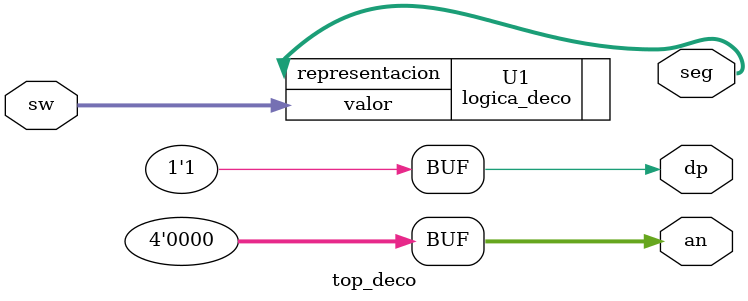
<source format=v>
`timescale 1ns / 1ps

module top_deco(
    input [3:0] sw,
    output [0:6] seg,
    output [3:0] an,
    output dp
    );
        assign an= 4'b0000; //Todos los anodos encendidos
        assign dp =1; //Apago el punto (decimal point)
        logica_deco U1(.valor(sw), .representacion(seg)); //Uniendo entradas/salidas del top con el modulo de logica
endmodule

</source>
